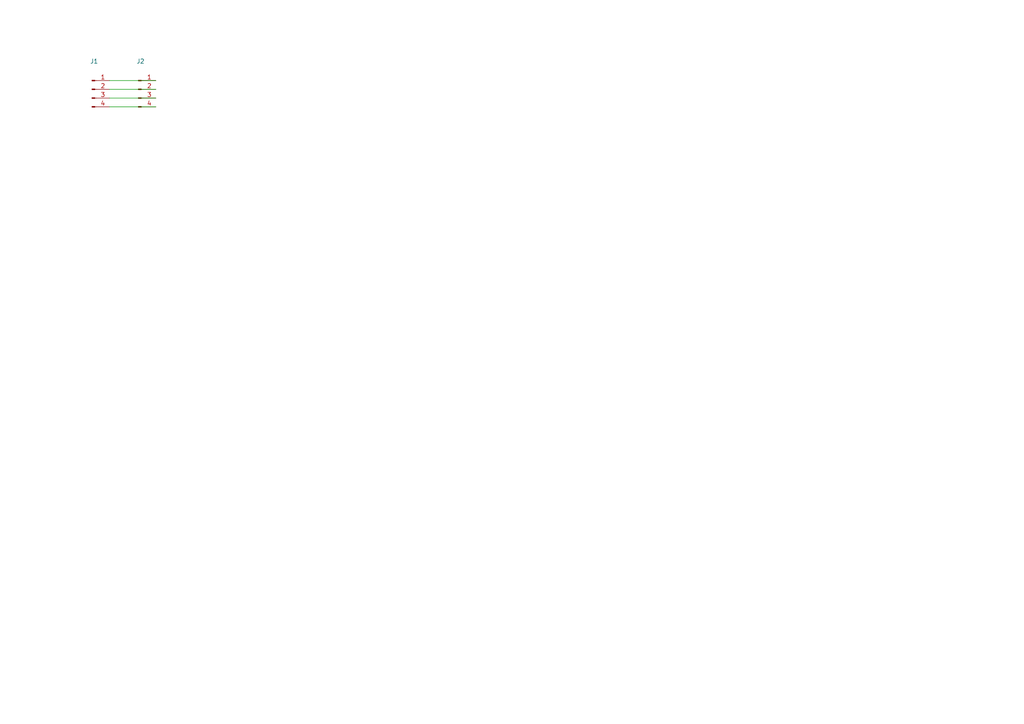
<source format=kicad_sch>
(kicad_sch (version 20211123) (generator eeschema)

  (uuid 67f8f5bb-a13e-47b4-8855-fa75e9b22dbc)

  (paper "A4")

  (lib_symbols
    (symbol "Connector:Conn_01x04_Male" (pin_names (offset 1.016) hide) (in_bom yes) (on_board yes)
      (property "Reference" "J" (id 0) (at 0 5.08 0)
        (effects (font (size 1.27 1.27)))
      )
      (property "Value" "Conn_01x04_Male" (id 1) (at 0 -7.62 0)
        (effects (font (size 1.27 1.27)))
      )
      (property "Footprint" "" (id 2) (at 0 0 0)
        (effects (font (size 1.27 1.27)) hide)
      )
      (property "Datasheet" "~" (id 3) (at 0 0 0)
        (effects (font (size 1.27 1.27)) hide)
      )
      (property "ki_keywords" "connector" (id 4) (at 0 0 0)
        (effects (font (size 1.27 1.27)) hide)
      )
      (property "ki_description" "Generic connector, single row, 01x04, script generated (kicad-library-utils/schlib/autogen/connector/)" (id 5) (at 0 0 0)
        (effects (font (size 1.27 1.27)) hide)
      )
      (property "ki_fp_filters" "Connector*:*_1x??_*" (id 6) (at 0 0 0)
        (effects (font (size 1.27 1.27)) hide)
      )
      (symbol "Conn_01x04_Male_1_1"
        (polyline
          (pts
            (xy 1.27 -5.08)
            (xy 0.8636 -5.08)
          )
          (stroke (width 0.1524) (type default) (color 0 0 0 0))
          (fill (type none))
        )
        (polyline
          (pts
            (xy 1.27 -2.54)
            (xy 0.8636 -2.54)
          )
          (stroke (width 0.1524) (type default) (color 0 0 0 0))
          (fill (type none))
        )
        (polyline
          (pts
            (xy 1.27 0)
            (xy 0.8636 0)
          )
          (stroke (width 0.1524) (type default) (color 0 0 0 0))
          (fill (type none))
        )
        (polyline
          (pts
            (xy 1.27 2.54)
            (xy 0.8636 2.54)
          )
          (stroke (width 0.1524) (type default) (color 0 0 0 0))
          (fill (type none))
        )
        (rectangle (start 0.8636 -4.953) (end 0 -5.207)
          (stroke (width 0.1524) (type default) (color 0 0 0 0))
          (fill (type outline))
        )
        (rectangle (start 0.8636 -2.413) (end 0 -2.667)
          (stroke (width 0.1524) (type default) (color 0 0 0 0))
          (fill (type outline))
        )
        (rectangle (start 0.8636 0.127) (end 0 -0.127)
          (stroke (width 0.1524) (type default) (color 0 0 0 0))
          (fill (type outline))
        )
        (rectangle (start 0.8636 2.667) (end 0 2.413)
          (stroke (width 0.1524) (type default) (color 0 0 0 0))
          (fill (type outline))
        )
        (pin passive line (at 5.08 2.54 180) (length 3.81)
          (name "Pin_1" (effects (font (size 1.27 1.27))))
          (number "1" (effects (font (size 1.27 1.27))))
        )
        (pin passive line (at 5.08 0 180) (length 3.81)
          (name "Pin_2" (effects (font (size 1.27 1.27))))
          (number "2" (effects (font (size 1.27 1.27))))
        )
        (pin passive line (at 5.08 -2.54 180) (length 3.81)
          (name "Pin_3" (effects (font (size 1.27 1.27))))
          (number "3" (effects (font (size 1.27 1.27))))
        )
        (pin passive line (at 5.08 -5.08 180) (length 3.81)
          (name "Pin_4" (effects (font (size 1.27 1.27))))
          (number "4" (effects (font (size 1.27 1.27))))
        )
      )
    )
  )


  (wire (pts (xy 31.75 25.908) (xy 45.212 25.908))
    (stroke (width 0) (type default) (color 0 0 0 0))
    (uuid 61eb482f-12dd-4469-a9e3-bae1d2017606)
  )
  (wire (pts (xy 31.75 28.448) (xy 45.212 28.448))
    (stroke (width 0) (type default) (color 0 0 0 0))
    (uuid 6bc7f9c4-1e9f-48a4-87db-49c720ec085d)
  )
  (wire (pts (xy 31.75 30.988) (xy 45.212 30.988))
    (stroke (width 0) (type default) (color 0 0 0 0))
    (uuid bfbfa17f-a7ed-416e-981b-72f0104203b0)
  )
  (wire (pts (xy 31.75 23.368) (xy 45.212 23.368))
    (stroke (width 0) (type default) (color 0 0 0 0))
    (uuid c48d3697-2260-4ca0-a2bd-9788e95e51c6)
  )

  (symbol (lib_id "Connector:Conn_01x04_Male") (at 40.132 25.908 0) (unit 1)
    (in_bom yes) (on_board yes) (fields_autoplaced)
    (uuid 51528724-08a0-413f-bab6-3fcc3c82e4b3)
    (property "Reference" "J2" (id 0) (at 40.767 17.78 0))
    (property "Value" "Conn_01x04_Male" (id 1) (at 40.767 20.32 0)
      (effects (font (size 1.27 1.27)) hide)
    )
    (property "Footprint" "Connector_PinHeader_2.54mm:PinHeader_1x04_P2.54mm_Vertical" (id 2) (at 40.132 25.908 0)
      (effects (font (size 1.27 1.27)) hide)
    )
    (property "Datasheet" "~" (id 3) (at 40.132 25.908 0)
      (effects (font (size 1.27 1.27)) hide)
    )
    (pin "1" (uuid 8e959d4b-b682-47d5-83c7-3ffcb7336d4d))
    (pin "2" (uuid cc9ae66f-fac3-40c3-83d7-63b03b73c79f))
    (pin "3" (uuid 4d03fd28-83be-4bbb-a6b9-234578ff4158))
    (pin "4" (uuid 96e99b24-53bf-4ea5-b1cd-74f0ef44632c))
  )

  (symbol (lib_id "Connector:Conn_01x04_Male") (at 26.67 25.908 0) (unit 1)
    (in_bom yes) (on_board yes) (fields_autoplaced)
    (uuid 8cd639bb-1149-4a40-8156-2f03f1f92309)
    (property "Reference" "J1" (id 0) (at 27.305 17.78 0))
    (property "Value" "Conn_01x04_Male" (id 1) (at 27.305 20.32 0)
      (effects (font (size 1.27 1.27)) hide)
    )
    (property "Footprint" "Connector_PinHeader_2.54mm:PinHeader_1x04_P2.54mm_Vertical" (id 2) (at 26.67 25.908 0)
      (effects (font (size 1.27 1.27)) hide)
    )
    (property "Datasheet" "~" (id 3) (at 26.67 25.908 0)
      (effects (font (size 1.27 1.27)) hide)
    )
    (pin "1" (uuid 66056f9f-baec-425f-8fbc-b4f5e0548c13))
    (pin "2" (uuid 85c0c4c8-5867-4d2c-a0da-84f16ad74369))
    (pin "3" (uuid 3f67e3a9-30b3-4fa7-8c36-deb52a14ee74))
    (pin "4" (uuid 8d7e5c3f-a7e7-4241-bd6a-6ffe04593759))
  )

  (sheet_instances
    (path "/" (page "1"))
  )

  (symbol_instances
    (path "/8cd639bb-1149-4a40-8156-2f03f1f92309"
      (reference "J1") (unit 1) (value "Conn_01x04_Male") (footprint "Connector_PinHeader_2.54mm:PinHeader_1x04_P2.54mm_Vertical")
    )
    (path "/51528724-08a0-413f-bab6-3fcc3c82e4b3"
      (reference "J2") (unit 1) (value "Conn_01x04_Male") (footprint "Connector_PinHeader_2.54mm:PinHeader_1x04_P2.54mm_Vertical")
    )
  )
)

</source>
